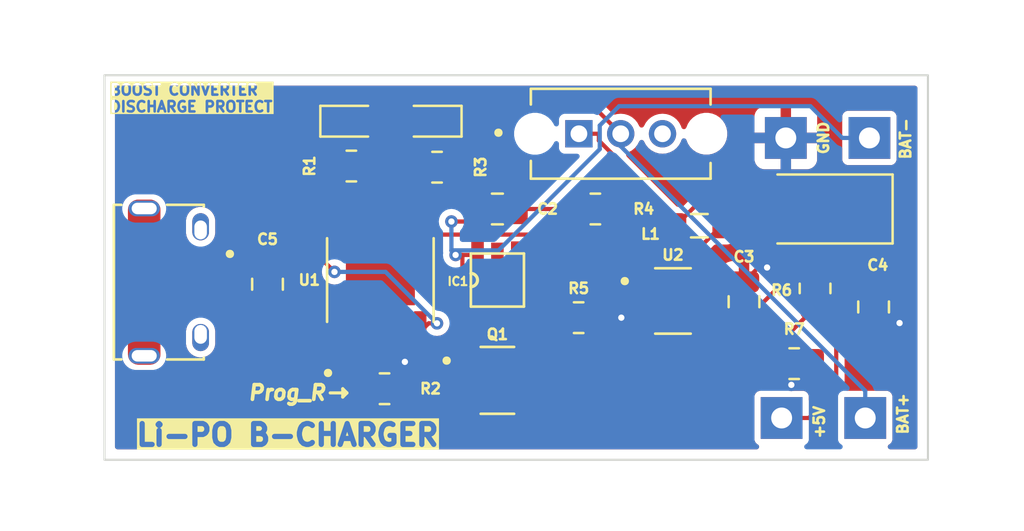
<source format=kicad_pcb>
(kicad_pcb (version 20240108) (generator "pcbnew") (generator_version "8.0")
  (layers (0 "F.Cu" signal) (31 "B.Cu" signal) (34 "B.Paste" user) (35 "F.Paste" user) (36 "B.SilkS" user "B.Silkscreen") (37 "F.SilkS" user "F.Silkscreen") (38 "B.Mask" user) (39 "F.Mask" user) (44 "Edge.Cuts" user))
  (net 0 "")
  (net 1 "Net-(IC1-VCC)")
  (net 2 "Net-(U2-EN)")
  (net 3 "GND")
  (net 4 "Net-(D3-K)")
  (net 5 "/VBUS")
  (net 6 "Net-(D1-K)")
  (net 7 "Net-(D2-K)")
  (net 8 "Net-(D3-A)")
  (net 9 "Net-(IC1-OD)")
  (net 10 "Net-(IC1-CS)")
  (net 11 "Net-(IC1-OC)")
  (net 24 "Net-(U1-~{CHRG})")
  (net 25 "Net-(U1-PROG)")
  (net 26 "Net-(U1-~{STDBY})")
  (net 27 "Net-(U2-FB)")
  (net 30 "/BAT-")
  (net 31 "/BAT")
  (footprint "Resistor_SMD:R_0805_2012Metric" (layer "F.Cu") (at 90.2 85.6 90)
    (property "Reference" "R6" (at -0.0875 -1.6 180) (layer "F.SilkS") (effects (font (size 0.5 0.5) (thickness 0.125))))
    (property "Value" "7K5" (hide yes))
    (fp_line (start -0.227064 -0.735) (end 0.227064 -0.735) (stroke (width 0.12)) (layer "F.SilkS"))
    (fp_line (start -0.227064 0.735) (end 0.227064 0.735) (stroke (width 0.12)) (layer "F.SilkS"))
    (pad "1" smd roundrect (at -0.9125 0 90) (size 1.025 1.4) (layers "F.Cu" "F.Paste" "F.Mask") (roundrect_rratio 0.243902) (net 27 "Net-(U2-FB)"))
    (pad "2" smd roundrect (at 0.9125 0 90) (size 1.025 1.4) (layers "F.Cu" "F.Paste" "F.Mask") (roundrect_rratio 0.243902) (net 4 "Net-(D3-K)"))
  )
  (footprint "OS102011MS2QN1:SW_OS102011MS2QN1" (layer "F.Cu") (at 80.9 78.2)
    (property "Reference" "S1" (hide yes))
    (property "Value" "OS102011MS2QN1" (hide yes))
    (fp_line (start -4.3 -2.15) (end -4.3 -1.4) (stroke (width 0.127)) (layer "F.SilkS"))
    (fp_line (start -4.3 1.3) (end -4.3 2.15) (stroke (width 0.127)) (layer "F.SilkS"))
    (fp_line (start -4.3 2.15) (end 4.3 2.15) (stroke (width 0.127)) (layer "F.SilkS"))
    (fp_line (start 4.3 -2.15) (end -4.3 -2.15) (stroke (width 0.127)) (layer "F.SilkS"))
    (fp_line (start 4.3 -1.4) (end 4.3 -2.15) (stroke (width 0.127)) (layer "F.SilkS"))
    (fp_line (start 4.3 2.15) (end 4.3 1.4) (stroke (width 0.127)) (layer "F.SilkS"))
    (fp_circle (center -5.85 -0.05) (end -5.75 -0.05) (stroke (width 0.2)) (fill none) (layer "F.SilkS"))
    (pad "" np_thru_hole circle (at -4.1 0) (size 1.5 1.5) (drill 1.5) (layers "*.Cu" "*.Mask"))
    (pad "" np_thru_hole circle (at 4.1 0) (size 1.5 1.5) (drill 1.5) (layers "*.Cu" "*.Mask"))
    (pad "1" thru_hole rect (at -2 0) (size 1.308 1.308) (drill 0.8) (layers "*.Cu" "*.Mask") (net 2 "Net-(U2-EN)"))
    (pad "2" thru_hole circle (at 0 0) (size 1.308 1.308) (drill 0.8) (layers "*.Cu" "*.Mask") (net 31 "/BAT"))
    (pad "3" thru_hole circle (at 2 0) (size 1.308 1.308) (drill 0.8) (layers "*.Cu" "*.Mask"))
  )
  (footprint "MountingHole:MountingHole_2.2mm_M2_Pad" (layer "F.Cu") (at 88.6 91.8 90)
    (property "Reference" "H5" (hide yes))
    (property "Value" "+5V" (at -0.2 1.8 -90) (layer "F.SilkS") (effects (font (size 0.5 0.5) (thickness 0.125))))
    (pad "1" thru_hole rect (at 0 0 90) (size 2 2) (drill 1) (layers "*.Cu" "*.Mask") (net 4 "Net-(D3-K)"))
  )
  (footprint "Resistor_SMD:R_0805_2012Metric" (layer "F.Cu") (at 89.2 89.2)
    (property "Reference" "R7" (at 0 -1.65 0) (layer "F.SilkS") (effects (font (size 0.5 0.5) (thickness 0.125))))
    (property "Value" "1K" (hide yes))
    (fp_line (start -0.227064 -0.735) (end 0.227064 -0.735) (stroke (width 0.12)) (layer "F.SilkS"))
    (fp_line (start -0.227064 0.735) (end 0.227064 0.735) (stroke (width 0.12)) (layer "F.SilkS"))
    (pad "1" smd roundrect (at -0.9125 0) (size 1.025 1.4) (layers "F.Cu" "F.Paste" "F.Mask") (roundrect_rratio 0.243902) (net 3 "GND"))
    (pad "2" smd roundrect (at 0.9125 0) (size 1.025 1.4) (layers "F.Cu" "F.Paste" "F.Mask") (roundrect_rratio 0.243902) (net 27 "Net-(U2-FB)"))
  )
  (footprint "MT3608:SOT95P280X145-6N" (layer "F.Cu") (at 83.4 86.2)
    (property "Reference" "U2" (at 0 -2.2 0) (layer "F.SilkS") (effects (font (size 0.5 0.5) (thickness 0.125))))
    (property "Value" "MT3608" (hide yes))
    (fp_line (start -0.85 -1.565) (end 0.85 -1.565) (stroke (width 0.127)) (layer "F.SilkS"))
    (fp_line (start 0.85 1.565) (end -0.85 1.565) (stroke (width 0.127)) (layer "F.SilkS"))
    (fp_circle (center -2.305 -0.95) (end -2.205 -0.95) (stroke (width 0.2)) (fill none) (layer "F.SilkS"))
    (pad "1" smd roundrect (at -1.17 -0.95) (size 1.37 0.59) (layers "F.Cu" "F.Paste" "F.Mask") (roundrect_rratio 0.15) (net 8 "Net-(D3-A)"))
    (pad "2" smd roundrect (at -1.17 0) (size 1.37 0.59) (layers "F.Cu" "F.Paste" "F.Mask") (roundrect_rratio 0.15) (net 3 "GND"))
    (pad "3" smd roundrect (at -1.17 0.95) (size 1.37 0.59) (layers "F.Cu" "F.Paste" "F.Mask") (roundrect_rratio 0.15) (net 27 "Net-(U2-FB)"))
    (pad "4" smd roundrect (at 1.17 0.95 180) (size 1.37 0.59) (layers "F.Cu" "F.Paste" "F.Mask") (roundrect_rratio 0.15) (net 2 "Net-(U2-EN)"))
    (pad "5" smd roundrect (at 1.17 0 180) (size 1.37 0.59) (layers "F.Cu" "F.Paste" "F.Mask") (roundrect_rratio 0.15) (net 2 "Net-(U2-EN)"))
    (pad "6" smd roundrect (at 1.17 -0.95 180) (size 1.37 0.59) (layers "F.Cu" "F.Paste" "F.Mask") (roundrect_rratio 0.15))
  )
  (footprint "MountingHole:MountingHole_2.2mm_M2_Pad" (layer "F.Cu") (at 92.6 91.8)
    (property "Reference" "H1" (hide yes))
    (property "Value" "BAT+" (at 1.8 -0.2 90) (layer "F.SilkS") (effects (font (size 0.5 0.5) (thickness 0.125))))
    (pad "1" thru_hole rect (at 0 0) (size 2 2) (drill 1) (layers "*.Cu" "*.Mask") (net 31 "/BAT"))
  )
  (footprint "Diode_SMD:D_SMA" (layer "F.Cu") (at 90.4 81.8 180)
    (property "Reference" "D3" (hide yes))
    (property "Value" "SS34" (hide yes))
    (fp_line (start -3.51 1.65) (end 2 1.65) (stroke (width 0.12)) (layer "F.SilkS"))
    (fp_line (start -3.51 -1.65) (end 2 -1.65) (stroke (width 0.12)) (layer "F.SilkS"))
    (fp_line (start -3.51 -1.65) (end -3.51 1.65) (stroke (width 0.12)) (layer "F.SilkS"))
    (pad "1" smd roundrect (at -2 0 180) (size 2.5 1.8) (layers "F.Cu" "F.Paste" "F.Mask") (roundrect_rratio 0.1388888889) (net 4 "Net-(D3-K)"))
    (pad "2" smd roundrect (at 2 0 180) (size 2.5 1.8) (layers "F.Cu" "F.Paste" "F.Mask") (roundrect_rratio 0.1388888889) (net 8 "Net-(D3-A)"))
  )
  (footprint "Resistor_SMD:R_0805_2012Metric" (layer "F.Cu") (at 69.6 90.4)
    (property "Reference" "R2" (at 2.2 0 0) (layer "F.SilkS") (effects (font (size 0.5 0.5) (thickness 0.125))))
    (property "Value" "2K" (hide yes))
    (fp_line (start -0.227064 -0.735) (end 0.227064 -0.735) (stroke (width 0.12)) (layer "F.SilkS"))
    (fp_line (start -0.227064 0.735) (end 0.227064 0.735) (stroke (width 0.12)) (layer "F.SilkS"))
    (pad "1" smd roundrect (at -0.9125 0) (size 1.025 1.4) (layers "F.Cu" "F.Paste" "F.Mask") (roundrect_rratio 0.243902) (net 25 "Net-(U1-PROG)"))
    (pad "2" smd roundrect (at 0.9125 0) (size 1.025 1.4) (layers "F.Cu" "F.Paste" "F.Mask") (roundrect_rratio 0.243902) (net 3 "GND"))
  )
  (footprint "Capacitor_SMD:C_0805_2012Metric" (layer "F.Cu") (at 64 85.4 -90)
    (property "Reference" "C5" (at -2.15 0 180) (layer "F.SilkS") (effects (font (size 0.5 0.5) (thickness 0.125))))
    (property "Value" "10u" (hide yes))
    (fp_line (start -0.261252 0.735) (end 0.261252 0.735) (stroke (width 0.12)) (layer "F.SilkS"))
    (fp_line (start -0.261252 -0.735) (end 0.261252 -0.735) (stroke (width 0.12)) (layer "F.SilkS"))
    (pad "1" smd roundrect (at -0.95 0 270) (size 1 1.45) (layers "F.Cu" "F.Paste" "F.Mask") (net 5 "/VBUS"))
    (pad "2" smd roundrect (at 0.95 0 270) (size 1 1.45) (layers "F.Cu" "F.Paste" "F.Mask") (net 3 "GND"))
  )
  (footprint "Capacitor_SMD:C_0805_2012Metric" (layer "F.Cu") (at 86.8 86.2375 90)
    (property "Reference" "C3" (at 2.15 0 0) (layer "F.SilkS") (effects (font (size 0.5 0.5) (thickness 0.125))))
    (property "Value" "22u" (hide yes))
    (fp_line (start -0.261252 -0.735) (end 0.261252 -0.735) (stroke (width 0.12)) (layer "F.SilkS"))
    (fp_line (start -0.261252 0.735) (end 0.261252 0.735) (stroke (width 0.12)) (layer "F.SilkS"))
    (pad "1" smd roundrect (at -0.95 0 90) (size 1 1.45) (layers "F.Cu" "F.Paste" "F.Mask") (net 2 "Net-(U2-EN)"))
    (pad "2" smd roundrect (at 0.95 0 90) (size 1 1.45) (layers "F.Cu" "F.Paste" "F.Mask") (net 3 "GND"))
  )
  (footprint "Capacitor_SMD:C_0805_2012Metric" (layer "F.Cu") (at 93 86.4875 -90)
    (property "Reference" "C4" (at -2 -0.2 180) (layer "F.SilkS") (effects (font (size 0.5 0.5) (thickness 0.125))))
    (property "Value" "22u" (hide yes))
    (fp_line (start -0.261252 0.735) (end 0.261252 0.735) (stroke (width 0.12)) (layer "F.SilkS"))
    (fp_line (start -0.261252 -0.735) (end 0.261252 -0.735) (stroke (width 0.12)) (layer "F.SilkS"))
    (pad "1" smd roundrect (at -0.95 0 270) (size 1 1.45) (layers "F.Cu" "F.Paste" "F.Mask") (net 4 "Net-(D3-K)"))
    (pad "2" smd roundrect (at 0.95 0 270) (size 1 1.45) (layers "F.Cu" "F.Paste" "F.Mask") (net 3 "GND"))
  )
  (footprint "FS8205:SOT95P280X145-6N" (layer "F.Cu") (at 75 90)
    (property "Reference" "Q1" (at 0 -2.2 0) (layer "F.SilkS") (effects (font (size 0.5 0.5) (thickness 0.125))))
    (property "Value" "FS8205" (hide yes))
    (fp_line (start -0.8 -1.6) (end 0.8 -1.6) (stroke (width 0.127)) (layer "F.SilkS"))
    (fp_line (start -0.8 1.6) (end 0.8 1.6) (stroke (width 0.127)) (layer "F.SilkS"))
    (fp_circle (center -2.428 -0.945) (end -2.328 -0.945) (stroke (width 0.2)) (fill none) (layer "F.SilkS"))
    (pad "1" smd roundrect (at -1.255 -0.95) (size 1.21 0.59) (layers "F.Cu" "F.Paste" "F.Mask") (roundrect_rratio 0.15) (net 3 "GND"))
    (pad "2" smd roundrect (at -1.255 0) (size 1.21 0.59) (layers "F.Cu" "F.Paste" "F.Mask") (roundrect_rratio 0.15))
    (pad "3" smd roundrect (at -1.255 0.95) (size 1.21 0.59) (layers "F.Cu" "F.Paste" "F.Mask") (roundrect_rratio 0.15) (net 30 "/BAT-"))
    (pad "4" smd roundrect (at 1.255 0.95) (size 1.21 0.59) (layers "F.Cu" "F.Paste" "F.Mask") (roundrect_rratio 0.15) (net 9 "Net-(IC1-OD)"))
    (pad "5" smd roundrect (at 1.255 0) (size 1.21 0.59) (layers "F.Cu" "F.Paste" "F.Mask") (roundrect_rratio 0.15))
    (pad "6" smd roundrect (at 1.255 -0.95) (size 1.21 0.59) (layers "F.Cu" "F.Paste" "F.Mask") (roundrect_rratio 0.15) (net 11 "Net-(IC1-OC)"))
  )
  (footprint "Resistor_SMD:R_0805_2012Metric" (layer "F.Cu") (at 72.1125 79.8 180)
    (property "Reference" "R3" (at -2.0875 0 -90) (layer "F.SilkS") (effects (font (size 0.5 0.5) (thickness 0.125))))
    (property "Value" "1K" (hide yes))
    (fp_line (start -0.227064 0.735) (end 0.227064 0.735) (stroke (width 0.12)) (layer "F.SilkS"))
    (fp_line (start -0.227064 -0.735) (end 0.227064 -0.735) (stroke (width 0.12)) (layer "F.SilkS"))
    (pad "1" smd roundrect (at -0.9125 0 180) (size 1.025 1.4) (layers "F.Cu" "F.Paste" "F.Mask") (roundrect_rratio 0.243902) (net 7 "Net-(D2-K)"))
    (pad "2" smd roundrect (at 0.9125 0 180) (size 1.025 1.4) (layers "F.Cu" "F.Paste" "F.Mask") (roundrect_rratio 0.243902) (net 26 "Net-(U1-~{STDBY})"))
  )
  (footprint "Resistor_SMD:R_0805_2012Metric" (layer "F.Cu") (at 68.0125 79.745 180)
    (property "Reference" "R1" (at 2 0 -90) (layer "F.SilkS") (effects (font (size 0.5 0.5) (thickness 0.125))))
    (property "Value" "1K" (hide yes))
    (fp_line (start -0.227064 0.735) (end 0.227064 0.735) (stroke (width 0.12)) (layer "F.SilkS"))
    (fp_line (start -0.227064 -0.735) (end 0.227064 -0.735) (stroke (width 0.12)) (layer "F.SilkS"))
    (pad "1" smd roundrect (at -0.9125 0 180) (size 1.025 1.4) (layers "F.Cu" "F.Paste" "F.Mask") (roundrect_rratio 0.243902) (net 24 "Net-(U1-~{CHRG})"))
    (pad "2" smd roundrect (at 0.9125 0 180) (size 1.025 1.4) (layers "F.Cu" "F.Paste" "F.Mask") (roundrect_rratio 0.243902) (net 6 "Net-(D1-K)"))
  )
  (footprint "FS312F-G:SOT23-6" (layer "F.Cu") (at 75 85.2 90)
    (property "Reference" "IC1" (at -0.0635 -1.8923 0) (layer "F.SilkS") (effects (font (size 0.4 0.4) (thickness 0.1))))
    (property "Value" "FS312F-G" (hide yes))
    (fp_line (start 1.27 -1.27) (end 1.27 1.27) (stroke (width 0.127)) (layer "F.SilkS"))
    (fp_line (start 0.3175 -1.27) (end 1.27 -1.27) (stroke (width 0.127)) (layer "F.SilkS"))
    (fp_line (start 0.3175 -1.27) (end -0.3175 -1.27) (stroke (width 0.127)) (layer "F.SilkS"))
    (fp_line (start -1.27 -1.27) (end -0.3175 -1.27) (stroke (width 0.127)) (layer "F.SilkS"))
    (fp_line (start 1.27 1.27) (end -1.27 1.27) (stroke (width 0.127)) (layer "F.SilkS"))
    (fp_line (start -1.27 1.27) (end -1.27 -1.27) (stroke (width 0.127)) (layer "F.SilkS"))
    (fp_arc (start 0.3175 -1.27) (mid 0 -0.9525) (end -0.3175 -1.27) (stroke (width 0.1524)) (layer "F.SilkS"))
    (pad "1" smd rect (at -1.3 -0.95 90) (size 1.1 0.6) (layers "F.Cu" "F.Paste" "F.Mask") (net 9 "Net-(IC1-OD)"))
    (pad "2" smd rect (at -1.3 0 90) (size 1.1 0.6) (layers "F.Cu" "F.Paste" "F.Mask") (net 10 "Net-(IC1-CS)"))
    (pad "3" smd rect (at -1.3 0.95 90) (size 1.1 0.6) (layers "F.Cu" "F.Paste" "F.Mask") (net 11 "Net-(IC1-OC)"))
    (pad "4" smd rect (at 1.3 0.95 90) (size 1.1 0.6) (layers "F.Cu" "F.Paste" "F.Mask"))
    (pad "5" smd rect (at 1.24 0 90) (size 1.1 0.6) (layers "F.Cu" "F.Paste" "F.Mask") (net 1 "Net-(IC1-VCC)"))
    (pad "6" smd rect (at 1.3 -0.95 90) (size 1.1 0.6) (layers "F.Cu" "F.Paste" "F.Mask") (net 30 "/BAT-"))
  )
  (footprint "TP4056:SOP127P600X175-9N" (layer "F.Cu") (at 69.4 85.2 90)
    (property "Reference" "U1" (at 0 -3.4 0) (layer "F.SilkS") (effects (font (size 0.5 0.5) (thickness 0.125))))
    (property "Value" "TP4056" (hide yes))
    (fp_line (start -2 -2.55) (end 2 -2.55) (stroke (width 0.127)) (layer "F.SilkS"))
    (fp_line (start -2 2.55) (end 2 2.55) (stroke (width 0.127)) (layer "F.SilkS"))
    (fp_circle (center -4.445 -2.505) (end -4.345 -2.505) (stroke (width 0.2)) (fill none) (layer "F.SilkS"))
    (pad "1" smd roundrect (at -2.475 -1.905 90) (size 1.97 0.6) (layers "F.Cu" "F.Paste" "F.Mask") (roundrect_rratio 0.07) (net 3 "GND"))
    (pad "2" smd roundrect (at -2.475 -0.635 90) (size 1.97 0.6) (layers "F.Cu" "F.Paste" "F.Mask") (roundrect_rratio 0.07) (net 25 "Net-(U1-PROG)"))
    (pad "3" smd roundrect (at -2.475 0.635 90) (size 1.97 0.6) (layers "F.Cu" "F.Paste" "F.Mask") (roundrect_rratio 0.07) (net 3 "GND"))
    (pad "4" smd roundrect (at -2.475 1.905 90) (size 1.97 0.6) (layers "F.Cu" "F.Paste" "F.Mask") (roundrect_rratio 0.07) (net 5 "/VBUS"))
    (pad "5" smd roundrect (at 2.475 1.905 90) (size 1.97 0.6) (layers "F.Cu" "F.Paste" "F.Mask") (roundrect_rratio 0.07) (net 31 "/BAT"))
    (pad "6" smd roundrect (at 2.475 0.635 90) (size 1.97 0.6) (layers "F.Cu" "F.Paste" "F.Mask") (roundrect_rratio 0.07) (net 26 "Net-(U1-~{STDBY})"))
    (pad "7" smd roundrect (at 2.475 -0.635 90) (size 1.97 0.6) (layers "F.Cu" "F.Paste" "F.Mask") (roundrect_rratio 0.07) (net 24 "Net-(U1-~{CHRG})"))
    (pad "8" smd roundrect (at 2.475 -1.905 90) (size 1.97 0.6) (layers "F.Cu" "F.Paste" "F.Mask") (roundrect_rratio 0.07) (net 5 "/VBUS"))
    (pad "9" smd rect (at 0 0 90) (size 2.413 3.302) (layers "F.Cu" "F.Mask"))
  )
  (footprint "MountingHole:MountingHole_2.2mm_M2_Pad" (layer "F.Cu") (at 88.8 78.4 90)
    (property "Reference" "H4" (hide yes))
    (property "Value" "GND" (at 0 1.8 -90) (layer "F.SilkS") (effects (font (size 0.5 0.5) (thickness 0.125))))
    (pad "1" thru_hole rect (at 0 0 90) (size 2 2) (drill 1) (layers "*.Cu" "*.Mask") (net 3 "GND"))
  )
  (footprint "Capacitor_SMD:C_0805_2012Metric" (layer "F.Cu") (at 75 81.8)
    (property "Reference" "C2" (at 2.4 0 0) (layer "F.SilkS") (effects (font (size 0.5 0.5) (thickness 0.125))))
    (property "Value" "0.1u" (hide yes))
    (fp_line (start -0.261252 -0.735) (end 0.261252 -0.735) (stroke (width 0.12)) (layer "F.SilkS"))
    (fp_line (start -0.261252 0.735) (end 0.261252 0.735) (stroke (width 0.12)) (layer "F.SilkS"))
    (pad "1" smd roundrect (at -0.95 0) (size 1 1.45) (layers "F.Cu" "F.Paste" "F.Mask") (net 30 "/BAT-"))
    (pad "2" smd roundrect (at 0.95 0) (size 1 1.45) (layers "F.Cu" "F.Paste" "F.Mask") (net 1 "Net-(IC1-VCC)"))
  )
  (footprint "LED_SMD:LED_0603_1608Metric" (layer "F.Cu") (at 71.8 77.6 180)
    (property "Reference" "D2" (hide yes))
    (property "Value" "GREEN" (hide yes))
    (fp_line (start 0.8 -0.735) (end -1.485 -0.735) (stroke (width 0.12)) (layer "F.SilkS"))
    (fp_line (start -1.485 0.735) (end 0.8 0.735) (stroke (width 0.12)) (layer "F.SilkS"))
    (fp_line (start -1.485 -0.735) (end -1.485 0.735) (stroke (width 0.12)) (layer "F.SilkS"))
    (pad "1" smd roundrect (at -0.7875 0 180) (size 0.875 0.95) (layers "F.Cu" "F.Paste" "F.Mask") (net 7 "Net-(D2-K)"))
    (pad "2" smd roundrect (at 0.7875 0 180) (size 0.875 0.95) (layers "F.Cu" "F.Paste" "F.Mask") (net 5 "/VBUS"))
  )
  (footprint "10118194-0001LF:AMPHENOL_10118194-0001LF" (layer "F.Cu") (at 58.1 85.3 -90)
    (property "Reference" "J2" (hide yes))
    (property "Value" "10118194-0001LF" (hide yes))
    (fp_poly (pts (xy -2.3 -0.775) (xy -2.3 0.775) (xy -3.445 0.775) (xy -3.471 0.774) (xy -3.497 0.772) (xy -3.523 0.769) (xy -3.549 0.764) (xy -3.574 0.758) (xy -3.6 0.751) (xy -3.624 0.742) (xy -3.648 0.732) (xy -3.672 0.721) (xy -3.695 0.708) (xy -3.717 0.694) (xy -3.739 0.68) (xy -3.76 0.664) (xy -3.78 0.647) (xy -3.799 0.629) (xy -3.817 0.61) (xy -3.834 0.59) (xy -3.85 0.569) (xy -3.864 0.547) (xy -3.878 0.525) (xy -3.891 0.502) (xy -3.902 0.478) (xy -3.912 0.454) (xy -3.921 0.43) (xy -3.928 0.404) (xy -3.934 0.379) (xy -3.939 0.353) (xy -3.942 0.327) (xy -3.944 0.301) (xy -3.945 0.275) (xy -3.945 -0.275) (xy -3.944 -0.301) (xy -3.942 -0.327) (xy -3.939 -0.353) (xy -3.934 -0.379) (xy -3.928 -0.404) (xy -3.921 -0.43) (xy -3.912 -0.454) (xy -3.902 -0.478) (xy -3.891 -0.502) (xy -3.878 -0.525) (xy -3.864 -0.547) (xy -3.85 -0.569) (xy -3.834 -0.59) (xy -3.817 -0.61) (xy -3.799 -0.629) (xy -3.78 -0.647) (xy -3.76 -0.664) (xy -3.739 -0.68) (xy -3.717 -0.694) (xy -3.695 -0.708) (xy -3.672 -0.721) (xy -3.648 -0.732) (xy -3.624 -0.742) (xy -3.6 -0.751) (xy -3.574 -0.758) (xy -3.549 -0.764) (xy -3.523 -0.769) (xy -3.497 -0.772) (xy -3.471 -0.774) (xy -3.445 -0.775) (xy -2.3 -0.775)) (stroke (width 0.01)) (fill solid) (layer "F.Cu"))
    (fp_poly (pts (xy 2.3 -0.775) (xy 2.3 0.775) (xy 3.445 0.775) (xy 3.471 0.774) (xy 3.497 0.772) (xy 3.523 0.769) (xy 3.549 0.764) (xy 3.574 0.758) (xy 3.6 0.751) (xy 3.624 0.742) (xy 3.648 0.732) (xy 3.672 0.721) (xy 3.695 0.708) (xy 3.717 0.694) (xy 3.739 0.68) (xy 3.76 0.664) (xy 3.78 0.647) (xy 3.799 0.629) (xy 3.817 0.61) (xy 3.834 0.59) (xy 3.85 0.569) (xy 3.864 0.547) (xy 3.878 0.525) (xy 3.891 0.502) (xy 3.902 0.478) (xy 3.912 0.454) (xy 3.921 0.43) (xy 3.928 0.404) (xy 3.934 0.379) (xy 3.939 0.353) (xy 3.942 0.327) (xy 3.944 0.301) (xy 3.945 0.275) (xy 3.945 -0.275) (xy 3.944 -0.301) (xy 3.942 -0.327) (xy 3.939 -0.353) (xy 3.934 -0.379) (xy 3.928 -0.404) (xy 3.921 -0.43) (xy 3.912 -0.454) (xy 3.902 -0.478) (xy 3.891 -0.502) (xy 3.878 -0.525) (xy 3.864 -0.547) (xy 3.85 -0.569) (xy 3.834 -0.59) (xy 3.817 -0.61) (xy 3.799 -0.629) (xy 3.78 -0.647) (xy 3.76 -0.664) (xy 3.739 -0.68) (xy 3.717 -0.694) (xy 3.695 -0.708) (xy 3.672 -0.721) (xy 3.648 -0.732) (xy 3.624 -0.742) (xy 3.6 -0.751) (xy 3.574 -0.758) (xy 3.549 -0.764) (xy 3.523 -0.769) (xy 3.497 -0.772) (xy 3.471 -0.774) (xy 3.445 -0.775) (xy 2.3 -0.775)) (stroke (width 0.01)) (fill solid) (layer "F.Cu"))
    (fp_line (start -3.7 1.45) (end 3.7 1.45) (stroke (width 0.127)) (layer "F.SilkS"))
    (fp_line (start -3.7 1.45) (end -3.7 1.095) (stroke (width 0.127)) (layer "F.SilkS"))
    (fp_line (start 3.7 1.45) (end 3.7 1.095) (stroke (width 0.127)) (layer "F.SilkS"))
    (fp_line (start 3.7 -1.095) (end 3.7 -2.85) (stroke (width 0.127)) (layer "F.SilkS"))
    (fp_line (start -3.7 -2.85) (end -3.7 -1.095) (stroke (width 0.127)) (layer "F.SilkS"))
    (fp_line (start -3.7 -2.85) (end -3.62 -2.85) (stroke (width 0.127)) (layer "F.SilkS"))
    (fp_line (start 3.62 -2.85) (end 3.7 -2.85) (stroke (width 0.127)) (layer "F.SilkS"))
    (fp_circle (center -1.35 -4.1) (end -1.25 -4.1) (stroke (width 0.2)) (fill none) (layer "F.SilkS"))
    (pad "1" smd rect (at -1.3 -2.675 270) (size 0.4 1.35) (layers "F.Cu" "F.Paste" "F.Mask") (net 5 "/VBUS"))
    (pad "2" smd rect (at -0.65 -2.675 270) (size 0.4 1.35) (layers "F.Cu" "F.Paste" "F.Mask"))
    (pad "3" smd rect (at 0 -2.675 270) (size 0.4 1.35) (layers "F.Cu" "F.Paste" "F.Mask"))
    (pad "4" smd rect (at 0.65 -2.675 270) (size 0.4 1.35) (layers "F.Cu" "F.Paste" "F.Mask"))
    (pad "5" smd rect (at 1.3 -2.675 270) (size 0.4 1.35) (layers "F.Cu" "F.Paste" "F.Mask") (net 3 "GND"))
    (pad "S1" thru_hole oval (at -2.5 -2.7 270) (size 1.3 0.8) (drill oval 0.9 0.6 (offset -0.15 0)) (layers "*.Cu" "*.Mask"))
    (pad "S2" thru_hole oval (at 2.5 -2.7 270) (size 1.3 0.8) (drill oval 0.9 0.6 (offset 0.15 0)) (layers "*.Cu" "*.Mask"))
    (pad "S3" thru_hole oval (at -3.525 0 270) (size 0.75 1.5) (drill oval 0.55 1.2) (layers "*.Cu" "*.Mask"))
    (pad "S4" smd rect (at -1 0 270) (size 1.5 1.55) (layers "F.Cu" "F.Paste" "F.Mask"))
    (pad "S5" smd rect (at 1 0 270) (size 1.5 1.55) (layers "F.Cu" "F.Paste" "F.Mask"))
    (pad "S6" thru_hole oval (at 3.525 0 270) (size 0.75 1.5) (drill oval 0.55 1.2) (layers "*.Cu" "*.Mask"))
  )
  (footprint "MountingHole:MountingHole_2.2mm_M2_Pad" (layer "F.Cu") (at 92.8 78.4 90)
    (property "Reference" "H2" (hide yes))
    (property "Value" "BAT-" (at -0.04 1.73 -90) (layer "F.SilkS") (effects (font (size 0.5 0.5) (thickness 0.125))))
    (pad "1" thru_hole rect (at 0 0 90) (size 2 2) (drill 1) (layers "*.Cu" "*.Mask") (net 30 "/BAT-"))
  )
  (footprint "LED_SMD:LED_0603_1608Metric" (layer "F.Cu") (at 68.0125 77.6)
    (property "Reference" "D1" (hide yes))
    (property "Value" "RED" (hide yes))
    (fp_line (start -1.485 -0.735) (end -1.485 0.735) (stroke (width 0.12)) (layer "F.SilkS"))
    (fp_line (start -1.485 0.735) (end 0.8 0.735) (stroke (width 0.12)) (layer "F.SilkS"))
    (fp_line (start 0.8 -0.735) (end -1.485 -0.735) (stroke (width 0.12)) (layer "F.SilkS"))
    (pad "1" smd roundrect (at -0.7875 0) (size 0.875 0.95) (layers "F.Cu" "F.Paste" "F.Mask") (net 6 "Net-(D1-K)"))
    (pad "2" smd roundrect (at 0.7875 0) (size 0.875 0.95) (layers "F.Cu" "F.Paste" "F.Mask") (net 5 "/VBUS"))
  )
  (footprint "Resistor_SMD:R_0805_2012Metric" (layer "F.Cu") (at 79.6875 81.8)
    (property "Reference" "R4" (at 2.3125 0 0) (layer "F.SilkS") (effects (font (size 0.5 0.5) (thickness 0.125))))
    (property "Value" "100" (hide yes))
    (fp_line (start -0.227064 -0.735) (end 0.227064 -0.735) (stroke (width 0.12)) (layer "F.SilkS"))
    (fp_line (start -0.227064 0.735) (end 0.227064 0.735) (stroke (width 0.12)) (layer "F.SilkS"))
    (pad "1" smd roundrect (at -0.9125 0) (size 1.025 1.4) (layers "F.Cu" "F.Paste" "F.Mask") (roundrect_rratio 0.243902) (net 1 "Net-(IC1-VCC)"))
    (pad "2" smd roundrect (at 0.9125 0) (size 1.025 1.4) (layers "F.Cu" "F.Paste" "F.Mask") (roundrect_rratio 0.243902) (net 31 "/BAT"))
  )
  (footprint "Inductor_SMD:L_0805_2012Metric" (layer "F.Cu") (at 84.6625 82.6)
    (property "Reference" "L1" (at -2.3375 0.4 0) (layer "F.SilkS") (effects (font (size 0.5 0.5) (thickness 0.125))))
    (property "Value" "22uH" (hide yes))
    (fp_line (start -0.399622 -0.56) (end 0.399622 -0.56) (stroke (width 0.12)) (layer "F.SilkS"))
    (fp_line (start -0.399622 0.56) (end 0.399622 0.56) (stroke (width 0.12)) (layer "F.SilkS"))
    (pad "1" smd roundrect (at -1.0625 0) (size 0.875 1.2) (layers "F.Cu" "F.Paste" "F.Mask") (net 2 "Net-(U2-EN)"))
    (pad "2" smd roundrect (at 1.0625 0) (size 0.875 1.2) (layers "F.Cu" "F.Paste" "F.Mask") (net 8 "Net-(D3-A)"))
  )
  (footprint "Resistor_SMD:R_0805_2012Metric" (layer "F.Cu") (at 78.8875 87)
    (property "Reference" "R5" (at 0 -1.4 0) (layer "F.SilkS") (effects (font (size 0.5 0.5) (thickness 0.125))))
    (property "Value" "2K" (hide yes))
    (fp_line (start -0.227064 -0.735) (end 0.227064 -0.735) (stroke (width 0.12)) (layer "F.SilkS"))
    (fp_line (start -0.227064 0.735) (end 0.227064 0.735) (stroke (width 0.12)) (layer "F.SilkS"))
    (pad "1" smd roundrect (at -0.9125 0) (size 1.025 1.4) (layers "F.Cu" "F.Paste" "F.Mask") (roundrect_rratio 0.243902) (net 10 "Net-(IC1-CS)"))
    (pad "2" smd roundrect (at 0.9125 0) (size 1.025 1.4) (layers "F.Cu" "F.Paste" "F.Mask") (roundrect_rratio 0.243902) (net 3 "GND"))
  )
  (gr_line (start 67.6 90.4) (end 67.6 90.6) (stroke (width 0.15)) (layer "F.SilkS"))
  (gr_line (start 67.6 90.8) (end 67.8 90.6) (stroke (width 0.15)) (layer "F.SilkS"))
  (gr_line (start 67 90.6) (end 67.8 90.6) (stroke (width 0.15)) (layer "F.SilkS"))
  (gr_line (start 67.8 90.6) (end 67.6 90.4) (stroke (width 0.15)) (layer "F.SilkS"))
  (gr_line (start 67.6 90.6) (end 67.6 90.8) (stroke (width 0.15)) (layer "F.SilkS"))
  (gr_rect (start 56.2 75.4) (end 95.6 93.8) (stroke (width 0.1)) (fill none) (layer "Edge.Cuts"))
  (gr_text "Prog_R" (at 63 91 0) (layer "F.SilkS") (effects (font (size 0.7 0.7) (thickness 0.175) (bold yes) (italic yes)) (justify left bottom)))
  (gr_text "Li-PO B-CHARGER" (at 57.6 93.2 0) (layer "F.SilkS" knockout) (effects (font (size 1 1) (thickness 0.25) (bold yes)) (justify left bottom)))
  (gr_text "BOOST CONVERTER\nDISCHARGE PROTECT" (at 56.4 77.2 0) (layer "F.SilkS" knockout) (effects (font (size 0.5 0.5) (thickness 0.125) (bold yes)) (justify left bottom)))
  (segment (start 78.775 81.8) (end 79.8187 80.7563) (width 0.2) (layer "F.Cu") (net 1))
  (segment (start 81.4264 82.5482) (end 79.1629 84.8117) (width 0.2) (layer "F.Cu") (net 1))
  (segment (start 75.95 81.8) (end 78.775 81.8) (width 0.2) (layer "F.Cu") (net 1))
  (segment (start 81.4264 81.1324) (end 81.4264 82.5482) (width 0.2) (layer "F.Cu") (net 1))
  (segment (start 79.8187 80.7563) (end 81.0503 80.7563) (width 0.2) (layer "F.Cu") (net 1))
  (segment (start 79.1629 84.8117) (end 75 84.8117) (width 0.2) (layer "F.Cu") (net 1))
  (segment (start 81.0503 80.7563) (end 81.4264 81.1324) (width 0.2) (layer "F.Cu") (net 1))
  (segment (start 75 83.96) (end 75 84.8117) (width 0.2) (layer "F.Cu") (net 1))
  (segment (start 83.7271 82.3993) (end 79.8557 78.5279) (width 0.2) (layer "F.Cu") (net 2))
  (segment (start 78.9 78.2) (end 79.8557 78.2) (width 0.2) (layer "F.Cu") (net 2))
  (segment (start 88.7743 85.2132) (end 88.7743 84.6094) (width 0.2) (layer "F.Cu") (net 2))
  (segment (start 83.7271 82.3993) (end 83.6 82.5264) (width 0.2) (layer "F.Cu") (net 2))
  (segment (start 85.5501 80.5763) (end 83.7271 82.3993) (width 0.2) (layer "F.Cu") (net 2))
  (segment (start 84.57 87.15) (end 84.6075 87.1875) (width 0.2) (layer "F.Cu") (net 2))
  (segment (start 83.6 82.5264) (end 83.6 82.6) (width 0.2) (layer "F.Cu") (net 2))
  (segment (start 86.8 87.1875) (end 88.7743 85.2132) (width 0.2) (layer "F.Cu") (net 2))
  (segment (start 89.61 80.5763) (end 85.5501 80.5763) (width 0.2) (layer "F.Cu") (net 2))
  (segment (start 89.9553 83.4284) (end 89.9553 80.9216) (width 0.2) (layer "F.Cu") (net 2))
  (segment (start 89.9553 80.9216) (end 89.61 80.5763) (width 0.2) (layer "F.Cu") (net 2))
  (segment (start 79.8557 78.5279) (end 79.8557 78.2) (width 0.2) (layer "F.Cu") (net 2))
  (segment (start 88.7743 84.6094) (end 89.9553 83.4284) (width 0.2) (layer "F.Cu") (net 2))
  (segment (start 84.57 86.2) (end 84.57 87.15) (width 0.2) (layer "F.Cu") (net 2))
  (segment (start 84.6075 87.1875) (end 86.8 87.1875) (width 0.2) (layer "F.Cu") (net 2))
  (segment (start 64 86.35) (end 66.17 86.35) (width 0.4) (layer "F.Cu") (net 3))
  (segment (start 63.75 86.6) (end 64 86.35) (width 0.4) (layer "F.Cu") (net 3))
  (segment (start 66.17 86.35) (end 67.495 87.675) (width 0.4) (layer "F.Cu") (net 3))
  (segment (start 87.904 84.5998) (end 87.4877 84.5998) (width 0.2) (layer "F.Cu") (net 3))
  (segment (start 70.5125 90.4) (end 70.5125 89) (width 0.4) (layer "F.Cu") (net 3))
  (segment (start 62.5156 86.6) (end 63.75 86.6) (width 0.4) (layer "F.Cu") (net 3))
  (segment (start 70.5125 89) (end 70.5125 88.1525) (width 0.4) (layer "F.Cu") (net 3))
  (segment (start 88.2875 89.438) (end 88.2875 89.2) (width 0.2) (layer "F.Cu") (net 3))
  (segment (start 94.2425 87.257) (end 93.1805 87.257) (width 0.2) (layer "F.Cu") (net 3))
  (segment (start 81.7291 86.2) (end 82.23 86.2) (width 0.2) (layer "F.Cu") (net 3))
  (segment (start 62.5156 86.6) (end 60.775 86.6) (width 0.4) (layer "F.Cu") (net 3))
  (segment (start 93.1805 87.257) (end 93 87.4375) (width 0.2) (layer "F.Cu") (net 3))
  (segment (start 80.9291 87) (end 81.7291 86.2) (width 0.2) (layer "F.Cu") (net 3))
  (segment (start 89.0644 90.2149) (end 88.2875 89.438) (width 0.2) (layer "F.Cu") (net 3))
  (segment (start 70.5125 88.1525) (end 70.035 87.675) (width 0.4) (layer "F.Cu") (net 3))
  (segment (start 70.5725 89.06) (end 70.5125 89) (width 0.4) (layer "F.Cu") (net 3))
  (segment (start 79.8 87) (end 80.9291 87) (width 0.2) (layer "F.Cu") (net 3))
  (segment (start 70.5725 89.114) (end 70.5725 89.06) (width 0.2) (layer "F.Cu") (net 3))
  (segment (start 87.4877 84.5998) (end 86.8 85.2875) (width 0.2) (layer "F.Cu") (net 3))
  (segment (start 73.745 89.05) (end 73.735 89.06) (width 0.4) (layer "F.Cu") (net 3))
  (segment (start 73.735 89.06) (end 70.5725 89.06) (width 0.4) (layer "F.Cu") (net 3))
  (via (at 87.904 84.5998) (size 0.6) (drill 0.3) (layers "F.Cu" "B.Cu") (net 3))
  (via (at 80.9291 87) (size 0.6) (drill 0.3) (layers "F.Cu" "B.Cu") (net 3))
  (via (at 89.0644 90.2149) (size 0.6) (drill 0.3) (layers "F.Cu" "B.Cu") (net 3))
  (via (at 94.2425 87.257) (size 0.6) (drill 0.3) (layers "F.Cu" "B.Cu") (net 3))
  (via (at 70.5725 89.114) (size 0.6) (drill 0.3) (layers "F.Cu" "B.Cu") (net 3))
  (segment (start 92.4 81.8) (end 92.4 82.4875) (width 0.2) (layer "F.Cu") (net 4))
  (segment (start 93 85.5375) (end 91.212 85.5375) (width 0.2) (layer "F.Cu") (net 4))
  (segment (start 91.212 85.5375) (end 91.05 85.5375) (width 0.2) (layer "F.Cu") (net 4))
  (segment (start 92.4 82.4875) (end 90.2 84.6875) (width 0.2) (layer "F.Cu") (net 4))
  (segment (start 91.05 85.5375) (end 90.2 84.6875) (width 0.2) (layer "F.Cu") (net 4))
  (segment (start 88.6 91.8) (end 89.9017 91.8) (width 0.2) (layer "F.Cu") (net 4))
  (segment (start 91.212 85.5375) (end 91.212 90.4897) (width 0.2) (layer "F.Cu") (net 4))
  (segment (start 91.212 90.4897) (end 89.9017 91.8) (width 0.2) (layer "F.Cu") (net 4))
  (segment (start 71.305 87.675) (end 71.7093 87.2707) (width 0.2) (layer "F.Cu") (net 5))
  (segment (start 67.9625 78.4375) (end 68.8 77.6) (width 0.2) (layer "F.Cu") (net 5))
  (segment (start 66.5658 84.1717) (end 67.2041 84.81) (width 0.2) (layer "F.Cu") (net 5))
  (segment (start 67.495 82.725) (end 67.495 82.505) (width 0.2) (layer "F.Cu") (net 5))
  (segment (start 68.8 77.6) (end 71.0125 77.6) (width 0.2) (layer "F.Cu") (net 5))
  (segment (start 66.0483 84.1717) (end 67.495 82.725) (width 0.4) (layer "F.Cu") (net 5))
  (segment (start 64 84.45) (end 65.77 84.45) (width 0.4) (layer "F.Cu") (net 5))
  (segment (start 66.0483 84.1717) (end 66.5658 84.1717) (width 0.2) (layer "F.Cu") (net 5))
  (segment (start 71.7093 87.2707) (end 72.1085 87.2707) (width 0.2) (layer "F.Cu") (net 5))
  (segment (start 63.55 84) (end 64 84.45) (width 0.2) (layer "F.Cu") (net 5))
  (segment (start 67.495 82.505) (end 67.9625 82.0375) (width 0.2) (layer "F.Cu") (net 5))
  (segment (start 65.77 84.45) (end 66.0483 84.1717) (width 0.4) (layer "F.Cu") (net 5))
  (segment (start 67.9625 82.0375) (end 67.9625 78.4375) (width 0.2) (layer "F.Cu") (net 5))
  (segment (start 72.1085 87.2707) (end 72.1085 87.2706) (width 0.2) (layer "F.Cu") (net 5))
  (segment (start 60.775 84) (end 63.55 84) (width 0.2) (layer "F.Cu") (net 5))
  (via (at 67.2041 84.81) (size 0.6) (drill 0.3) (layers "F.Cu" "B.Cu") (net 5))
  (via (at 72.1085 87.2706) (size 0.6) (drill 0.3) (layers "F.Cu" "B.Cu") (net 5))
  (segment (start 67.2041 84.81) (end 69.6479 84.81) (width 0.2) (layer "B.Cu") (net 5))
  (segment (start 69.6479 84.81) (end 72.1085 87.2706) (width 0.2) (layer "B.Cu") (net 5))
  (segment (start 67.1 79.745) (end 67.1 77.725) (width 0.4) (layer "F.Cu") (net 6))
  (segment (start 67.1 77.725) (end 67.225 77.6) (width 0.4) (layer "F.Cu") (net 6))
  (segment (start 72.5875 79.3625) (end 73.025 79.8) (width 0.4) (layer "F.Cu") (net 7))
  (segment (start 72.5875 77.6) (end 72.5875 79.3625) (width 0.4) (layer "F.Cu") (net 7))
  (segment (start 86.525 81.8) (end 85.725 82.6) (width 0.2) (layer "F.Cu") (net 8))
  (segment (start 88.4 81.8) (end 86.525 81.8) (width 0.2) (layer "F.Cu") (net 8))
  (segment (start 83.075 85.25) (end 85.725 82.6) (width 0.2) (layer "F.Cu") (net 8))
  (segment (start 82.23 85.25) (end 83.075 85.25) (width 0.2) (layer "F.Cu") (net 8))
  (segment (start 75.1424 88.4441) (end 74.05 87.3517) (width 0.2) (layer "F.Cu") (net 9))
  (segment (start 75.9203 90.95) (end 75.1424 90.1721) (width 0.2) (layer "F.Cu") (net 9))
  (segment (start 74.05 86.5) (end 74.05 87.3517) (width 0.2) (layer "F.Cu") (net 9))
  (segment (start 75.1424 90.1721) (end 75.1424 88.4441) (width 0.2) (layer "F.Cu") (net 9))
  (segment (start 76.255 90.95) (end 75.9203 90.95) (width 0.2) (layer "F.Cu") (net 9))
  (segment (start 75 85.6483) (end 76.6233 85.6483) (width 0.2) (layer "F.Cu") (net 10))
  (segment (start 76.6233 85.6483) (end 77.975 87) (width 0.2) (layer "F.Cu") (net 10))
  (segment (start 75 86.5) (end 75 85.6483) (width 0.2) (layer "F.Cu") (net 10))
  (segment (start 75.95 86.5) (end 75.95 87.3517) (width 0.2) (layer "F.Cu") (net 11))
  (segment (start 75.95 87.3517) (end 76.255 87.6567) (width 0.2) (layer "F.Cu") (net 11))
  (segment (start 76.255 87.6567) (end 76.255 89.05) (width 0.2) (layer "F.Cu") (net 11))
  (segment (start 68.925 82.565) (end 68.765 82.725) (width 0.2) (layer "F.Cu") (net 24))
  (segment (start 68.925 79.745) (end 68.925 82.565) (width 0.2) (layer "F.Cu") (net 24))
  (segment (start 68.6875 87.7525) (end 68.765 87.675) (width 0.4) (layer "F.Cu") (net 25))
  (segment (start 68.6875 90.4) (end 68.6875 87.7525) (width 0.4) (layer "F.Cu") (net 25))
  (segment (start 70.035 80.965) (end 70.035 82.725) (width 0.2) (layer "F.Cu") (net 26))
  (segment (start 71.2 79.8) (end 70.035 80.965) (width 0.2) (layer "F.Cu") (net 26))
  (segment (start 88.924 88.0115) (end 88.924 87.7885) (width 0.2) (layer "F.Cu") (net 27))
  (segment (start 83.0915 88.0115) (end 88.924 88.0115) (width 0.2) (layer "F.Cu") (net 27))
  (segment (start 82.23 87.15) (end 83.0915 88.0115) (width 0.2) (layer "F.Cu") (net 27))
  (segment (start 88.924 87.7885) (end 90.2 86.5125) (width 0.2) (layer "F.Cu") (net 27))
  (segment (start 90.1125 89.2) (end 88.924 88.0115) (width 0.2) (layer "F.Cu") (net 27))
  (segment (start 74.6521 90.4436) (end 74.1457 90.95) (width 0.2) (layer "F.Cu") (net 30))
  (segment (start 74.1457 90.95) (end 73.745 90.95) (width 0.2) (layer "F.Cu") (net 30))
  (segment (start 73 84) (end 73.325 84) (width 0.2) (layer "F.Cu") (net 30))
  (segment (start 74.6521 88.6018) (end 74.6521 90.4436) (width 0.2) (layer "F.Cu") (net 30))
  (segment (start 73.45 82.4) (end 72.8 82.4) (width 0.2) (layer "F.Cu") (net 30))
  (segment (start 73.95 84) (end 74.05 83.9) (width 0.2) (layer "F.Cu") (net 30))
  (segment (start 73.325 84) (end 73.325 87.2747) (width 0.2) (layer "F.Cu") (net 30))
  (segment (start 74.05 81.8) (end 73.45 82.4) (width 0.2) (layer "F.Cu") (net 30))
  (segment (start 73.325 87.2747) (end 74.6521 88.6018) (width 0.2) (layer "F.Cu") (net 30))
  (segment (start 73.325 84) (end 73.95 84) (width 0.2) (layer "F.Cu") (net 30))
  (via (at 73 84) (size 0.6) (drill 0.3) (layers "F.Cu" "B.Cu") (net 30))
  (via (at 72.8 82.4) (size 0.6) (drill 0.3) (layers "F.Cu" "B.Cu") (net 30))
  (segment (start 79.897 78.9377) (end 79.897 77.8041) (width 0.2) (layer "B.Cu") (net 30))
  (segment (start 72.8 83.7778) (end 72.8 83.8) (width 0.2) (layer "B.Cu") (net 30))
  (segment (start 72.8 82.4) (end 72.8 83.7778) (width 0.2) (layer "B.Cu") (net 30))
  (segment (start 89.9795 76.8812) (end 91.4983 78.4) (width 0.2) (layer "B.Cu") (net 30))
  (segment (start 92.8 78.4) (end 91.4983 78.4) (width 0.2) (layer "B.Cu") (net 30))
  (segment (start 75.0569 83.7778) (end 79.897 78.9377) (width 0.2) (layer "B.Cu") (net 30))
  (segment (start 72.8 83.8) (end 73 84) (width 0.2) (layer "B.Cu") (net 30))
  (segment (start 79.897 77.8041) (end 80.8199 76.8812) (width 0.2) (layer "B.Cu") (net 30))
  (segment (start 72.8 83.7778) (end 75.0569 83.7778) (width 0.2) (layer "B.Cu") (net 30))
  (segment (start 80.8199 76.8812) (end 89.9795 76.8812) (width 0.2) (layer "B.Cu") (net 30))
  (segment (start 76.2531 76.8941) (end 79.5941 76.8941) (width 0.2) (layer "F.Cu") (net 31))
  (segment (start 75 83.025) (end 75 78.1472) (width 0.2) (layer "F.Cu") (net 31))
  (segment (start 75 83.025) (end 79.375 83.025) (width 0.2) (layer "F.Cu") (net 31))
  (segment (start 71.305 82.725) (end 71.605 83.025) (width 0.2) (layer "F.Cu") (net 31))
  (segment (start 79.375 83.025) (end 80.6 81.8) (width 0.2) (layer "F.Cu") (net 31))
  (segment (start 75 78.1472) (end 76.2531 76.8941) (width 0.2) (layer "F.Cu") (net 31))
  (segment (start 79.5941 76.8941) (end 80.9 78.2) (width 0.2) (layer "F.Cu") (net 31))
  (segment (start 71.605 83.025) (end 75 83.025) (width 0.2) (layer "F.Cu") (net 31))
  (segment (start 92.6 91.8) (end 92.6 90.4983) (width 0.2) (layer "B.Cu") (net 31))
  (segment (start 80.9 78.7983) (end 92.6 90.4983) (width 0.2) (layer "B.Cu") (net 31))
  (segment (start 80.9 78.2) (end 80.9 78.7983) (width 0.2) (layer "B.Cu") (net 31))
  (zone (net 3) (net_name "GND") (layer "F.Cu") (priority 1) (connect_pads (clearance 0.3)) (min_thickness 0.25) (fill yes (thermal_gap 0.5) (thermal_bridge_width 0.5))
    (polygon (pts (xy 51.4 78.4) (xy 51.8 96.4) (xy 100.2 97.2) (xy 100.2 71.8) (xy 51.2 72)))
  )
  (zone (net 3) (net_name "GND") (layer "B.Cu") (connect_pads (clearance 0.3)) (min_thickness 0.25) (fill yes (thermal_gap 0.5) (thermal_bridge_width 0.5))
    (polygon (pts (xy 54.4 73.4) (xy 97.8 73.4) (xy 98 96.2) (xy 54.2 95.8)))
  )
)
</source>
